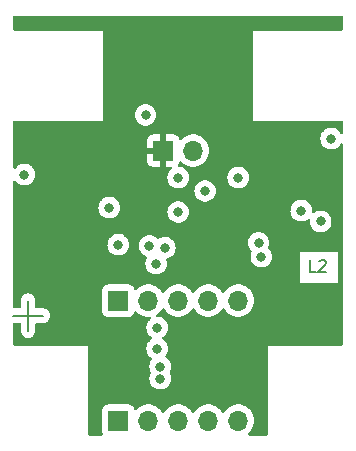
<source format=gbr>
%TF.GenerationSoftware,KiCad,Pcbnew,(7.0.0)*%
%TF.CreationDate,2023-03-09T18:05:20+01:00*%
%TF.ProjectId,JoystickAdapter,4a6f7973-7469-4636-9b41-646170746572,1.0*%
%TF.SameCoordinates,Original*%
%TF.FileFunction,Copper,L2,Inr*%
%TF.FilePolarity,Positive*%
%FSLAX46Y46*%
G04 Gerber Fmt 4.6, Leading zero omitted, Abs format (unit mm)*
G04 Created by KiCad (PCBNEW (7.0.0)) date 2023-03-09 18:05:20*
%MOMM*%
%LPD*%
G01*
G04 APERTURE LIST*
%TA.AperFunction,NonConductor*%
%ADD10C,0.200000*%
%TD*%
%ADD11C,0.150000*%
%TA.AperFunction,NonConductor*%
%ADD12C,0.150000*%
%TD*%
%TA.AperFunction,ComponentPad*%
%ADD13R,1.700000X1.700000*%
%TD*%
%TA.AperFunction,ComponentPad*%
%ADD14O,1.700000X1.700000*%
%TD*%
%TA.AperFunction,ViaPad*%
%ADD15C,0.800000*%
%TD*%
G04 APERTURE END LIST*
D10*
X104140000Y-106680000D02*
X104140000Y-109220000D01*
X102870000Y-107950000D02*
X105410000Y-107950000D01*
D11*
D12*
X128476285Y-104253380D02*
X128000095Y-104253380D01*
X128000095Y-104253380D02*
X128000095Y-103253380D01*
X128762000Y-103348619D02*
X128809619Y-103301000D01*
X128809619Y-103301000D02*
X128904857Y-103253380D01*
X128904857Y-103253380D02*
X129142952Y-103253380D01*
X129142952Y-103253380D02*
X129238190Y-103301000D01*
X129238190Y-103301000D02*
X129285809Y-103348619D01*
X129285809Y-103348619D02*
X129333428Y-103443857D01*
X129333428Y-103443857D02*
X129333428Y-103539095D01*
X129333428Y-103539095D02*
X129285809Y-103681952D01*
X129285809Y-103681952D02*
X128714381Y-104253380D01*
X128714381Y-104253380D02*
X129333428Y-104253380D01*
D13*
%TO.N,/JOY_SANWA_GND*%
%TO.C,J2*%
X111759999Y-106679999D03*
D14*
%TO.N,/JOY_SANWA_X_LEFT*%
X114299999Y-106679999D03*
%TO.N,/JOY_SANWA_X_RIGHT*%
X116839999Y-106679999D03*
%TO.N,/JOY_SANWA_Y_DOWN*%
X119379999Y-106679999D03*
%TO.N,/JOY_SANWA_Y_UP*%
X121919999Y-106679999D03*
%TD*%
D13*
%TO.N,GND*%
%TO.C,J3*%
X115569999Y-93979999D03*
D14*
%TO.N,Net-(J3-Pin_2)*%
X118109999Y-93979999D03*
%TD*%
D13*
%TO.N,/JOY_KY023_GND*%
%TO.C,J1*%
X111759999Y-116839999D03*
D14*
%TO.N,/JOY_KY023_+5V*%
X114299999Y-116839999D03*
%TO.N,JOY_KY023_X*%
X116839999Y-116839999D03*
%TO.N,JOY_KY023_Y*%
X119379999Y-116839999D03*
%TO.N,JOY_KY023_SW*%
X121919999Y-116839999D03*
%TD*%
D15*
%TO.N,GND*%
X104604000Y-99888800D03*
X110998000Y-108966000D03*
X108204000Y-96106800D03*
X124460000Y-97028000D03*
X129794000Y-96520000D03*
X119079000Y-100024000D03*
X111252000Y-84836000D03*
X110998000Y-110744000D03*
X112776000Y-113030000D03*
X122428000Y-84836000D03*
X129794000Y-94742000D03*
X113365000Y-95082800D03*
X110744000Y-112268000D03*
X106680000Y-105801000D03*
%TO.N,+5V*%
X110998000Y-98806000D03*
X116840000Y-96266000D03*
X114076000Y-90965000D03*
X115316000Y-112268000D03*
X121920000Y-96266000D03*
X115316000Y-113284000D03*
X127254000Y-99060000D03*
X115062000Y-110744000D03*
X119114000Y-97405000D03*
X115062000Y-108966000D03*
X103824000Y-96012000D03*
X129794000Y-92964000D03*
%TO.N,Net-(D2-K)*%
X111760000Y-101952000D03*
%TO.N,Net-(D3-K)*%
X116840000Y-99185900D03*
%TO.N,Net-(D4-K)*%
X123644000Y-101791000D03*
%TO.N,Net-(D5-K)*%
X128903000Y-99967200D03*
%TO.N,/JOY_SANWA_X_RIGHT*%
X115712000Y-102210000D03*
%TO.N,/JOY_SANWA_X_LEFT*%
X114397400Y-102066000D03*
%TO.N,Net-(R25-Pad2)*%
X123875000Y-102967000D03*
%TO.N,Net-(R26-Pad2)*%
X114966000Y-103564000D03*
%TD*%
%TA.AperFunction,Conductor*%
%TO.N,GND*%
G36*
X130747000Y-82566881D02*
G01*
X130793119Y-82613000D01*
X130810000Y-82676000D01*
X130810000Y-83694000D01*
X130793119Y-83757000D01*
X130747000Y-83803119D01*
X130684000Y-83820000D01*
X123190000Y-83820000D01*
X123190000Y-91440000D01*
X123206590Y-91440000D01*
X130684000Y-91440000D01*
X130747000Y-91456881D01*
X130793119Y-91503000D01*
X130810000Y-91566000D01*
X130810000Y-92436527D01*
X130793119Y-92499527D01*
X130747000Y-92545646D01*
X130684000Y-92562527D01*
X130621000Y-92545646D01*
X130574881Y-92499527D01*
X130536341Y-92432774D01*
X130533040Y-92427056D01*
X130405253Y-92285134D01*
X130399911Y-92281253D01*
X130399908Y-92281250D01*
X130322057Y-92224688D01*
X130250752Y-92172882D01*
X130076288Y-92095206D01*
X130069835Y-92093834D01*
X130069831Y-92093833D01*
X129895943Y-92056872D01*
X129895940Y-92056871D01*
X129889487Y-92055500D01*
X129698513Y-92055500D01*
X129692060Y-92056871D01*
X129692056Y-92056872D01*
X129518168Y-92093833D01*
X129518161Y-92093835D01*
X129511712Y-92095206D01*
X129505682Y-92097890D01*
X129505681Y-92097891D01*
X129343278Y-92170197D01*
X129343275Y-92170198D01*
X129337248Y-92172882D01*
X129331907Y-92176762D01*
X129331906Y-92176763D01*
X129188091Y-92281250D01*
X129188083Y-92281256D01*
X129182747Y-92285134D01*
X129178330Y-92290039D01*
X129178325Y-92290044D01*
X129059379Y-92422148D01*
X129054960Y-92427056D01*
X129051661Y-92432769D01*
X129051658Y-92432774D01*
X128962777Y-92586721D01*
X128959473Y-92592444D01*
X128957434Y-92598718D01*
X128957430Y-92598728D01*
X128902497Y-92767794D01*
X128902495Y-92767801D01*
X128900458Y-92774072D01*
X128880496Y-92964000D01*
X128900458Y-93153928D01*
X128902495Y-93160200D01*
X128902497Y-93160205D01*
X128957430Y-93329271D01*
X128957433Y-93329278D01*
X128959473Y-93335556D01*
X129054960Y-93500944D01*
X129182747Y-93642866D01*
X129337248Y-93755118D01*
X129511712Y-93832794D01*
X129698513Y-93872500D01*
X129882884Y-93872500D01*
X129889487Y-93872500D01*
X130076288Y-93832794D01*
X130250752Y-93755118D01*
X130405253Y-93642866D01*
X130533040Y-93500944D01*
X130574881Y-93428472D01*
X130621000Y-93382354D01*
X130684000Y-93365473D01*
X130747000Y-93382354D01*
X130793119Y-93428473D01*
X130810000Y-93491473D01*
X130810000Y-110364000D01*
X130793119Y-110427000D01*
X130747000Y-110473119D01*
X130684000Y-110490000D01*
X124460000Y-110490000D01*
X124460000Y-110506590D01*
X124460000Y-117984000D01*
X124443119Y-118047000D01*
X124397000Y-118093119D01*
X124334000Y-118110000D01*
X122867103Y-118110000D01*
X122807134Y-118094814D01*
X122761620Y-118052916D01*
X122741533Y-117994405D01*
X122751715Y-117933387D01*
X122789712Y-117884569D01*
X122790494Y-117883960D01*
X122843240Y-117842906D01*
X122995722Y-117677268D01*
X123118860Y-117488791D01*
X123209296Y-117282616D01*
X123264564Y-117064368D01*
X123283156Y-116840000D01*
X123264564Y-116615632D01*
X123209296Y-116397384D01*
X123118860Y-116191209D01*
X122995722Y-116002732D01*
X122876680Y-115873419D01*
X122846772Y-115840930D01*
X122846767Y-115840925D01*
X122843240Y-115837094D01*
X122665576Y-115698811D01*
X122660997Y-115696333D01*
X122660994Y-115696331D01*
X122472159Y-115594139D01*
X122472156Y-115594137D01*
X122467574Y-115591658D01*
X122462650Y-115589967D01*
X122462642Y-115589964D01*
X122259565Y-115520248D01*
X122259559Y-115520246D01*
X122254635Y-115518556D01*
X122249498Y-115517698D01*
X122249495Y-115517698D01*
X122037706Y-115482357D01*
X122037703Y-115482356D01*
X122032569Y-115481500D01*
X121807431Y-115481500D01*
X121802297Y-115482356D01*
X121802293Y-115482357D01*
X121590504Y-115517698D01*
X121590498Y-115517699D01*
X121585365Y-115518556D01*
X121580443Y-115520245D01*
X121580434Y-115520248D01*
X121377357Y-115589964D01*
X121377344Y-115589969D01*
X121372426Y-115591658D01*
X121367847Y-115594135D01*
X121367840Y-115594139D01*
X121179005Y-115696331D01*
X121178997Y-115696336D01*
X121174424Y-115698811D01*
X121170313Y-115702010D01*
X121170311Y-115702012D01*
X121000878Y-115833888D01*
X121000872Y-115833893D01*
X120996760Y-115837094D01*
X120993237Y-115840919D01*
X120993227Y-115840930D01*
X120847806Y-115998899D01*
X120847802Y-115998902D01*
X120844278Y-116002732D01*
X120841430Y-116007090D01*
X120841427Y-116007095D01*
X120755483Y-116138643D01*
X120709969Y-116180542D01*
X120650000Y-116195728D01*
X120590031Y-116180542D01*
X120544517Y-116138643D01*
X120458572Y-116007095D01*
X120455722Y-116002732D01*
X120336680Y-115873419D01*
X120306772Y-115840930D01*
X120306767Y-115840925D01*
X120303240Y-115837094D01*
X120125576Y-115698811D01*
X120120997Y-115696333D01*
X120120994Y-115696331D01*
X119932159Y-115594139D01*
X119932156Y-115594137D01*
X119927574Y-115591658D01*
X119922650Y-115589967D01*
X119922642Y-115589964D01*
X119719565Y-115520248D01*
X119719559Y-115520246D01*
X119714635Y-115518556D01*
X119709498Y-115517698D01*
X119709495Y-115517698D01*
X119497706Y-115482357D01*
X119497703Y-115482356D01*
X119492569Y-115481500D01*
X119267431Y-115481500D01*
X119262297Y-115482356D01*
X119262293Y-115482357D01*
X119050504Y-115517698D01*
X119050498Y-115517699D01*
X119045365Y-115518556D01*
X119040443Y-115520245D01*
X119040434Y-115520248D01*
X118837357Y-115589964D01*
X118837344Y-115589969D01*
X118832426Y-115591658D01*
X118827847Y-115594135D01*
X118827840Y-115594139D01*
X118639005Y-115696331D01*
X118638997Y-115696336D01*
X118634424Y-115698811D01*
X118630313Y-115702010D01*
X118630311Y-115702012D01*
X118460878Y-115833888D01*
X118460872Y-115833893D01*
X118456760Y-115837094D01*
X118453237Y-115840919D01*
X118453227Y-115840930D01*
X118307806Y-115998899D01*
X118307802Y-115998902D01*
X118304278Y-116002732D01*
X118301430Y-116007090D01*
X118301427Y-116007095D01*
X118215483Y-116138643D01*
X118169969Y-116180542D01*
X118110000Y-116195728D01*
X118050031Y-116180542D01*
X118004517Y-116138643D01*
X117918572Y-116007095D01*
X117915722Y-116002732D01*
X117796680Y-115873419D01*
X117766772Y-115840930D01*
X117766767Y-115840925D01*
X117763240Y-115837094D01*
X117585576Y-115698811D01*
X117580997Y-115696333D01*
X117580994Y-115696331D01*
X117392159Y-115594139D01*
X117392156Y-115594137D01*
X117387574Y-115591658D01*
X117382650Y-115589967D01*
X117382642Y-115589964D01*
X117179565Y-115520248D01*
X117179559Y-115520246D01*
X117174635Y-115518556D01*
X117169498Y-115517698D01*
X117169495Y-115517698D01*
X116957706Y-115482357D01*
X116957703Y-115482356D01*
X116952569Y-115481500D01*
X116727431Y-115481500D01*
X116722297Y-115482356D01*
X116722293Y-115482357D01*
X116510504Y-115517698D01*
X116510498Y-115517699D01*
X116505365Y-115518556D01*
X116500443Y-115520245D01*
X116500434Y-115520248D01*
X116297357Y-115589964D01*
X116297344Y-115589969D01*
X116292426Y-115591658D01*
X116287847Y-115594135D01*
X116287840Y-115594139D01*
X116099005Y-115696331D01*
X116098997Y-115696336D01*
X116094424Y-115698811D01*
X116090313Y-115702010D01*
X116090311Y-115702012D01*
X115920878Y-115833888D01*
X115920872Y-115833893D01*
X115916760Y-115837094D01*
X115913237Y-115840919D01*
X115913227Y-115840930D01*
X115767806Y-115998899D01*
X115767802Y-115998902D01*
X115764278Y-116002732D01*
X115761430Y-116007090D01*
X115761427Y-116007095D01*
X115675483Y-116138643D01*
X115629969Y-116180542D01*
X115570000Y-116195728D01*
X115510031Y-116180542D01*
X115464517Y-116138643D01*
X115378572Y-116007095D01*
X115375722Y-116002732D01*
X115256680Y-115873419D01*
X115226772Y-115840930D01*
X115226767Y-115840925D01*
X115223240Y-115837094D01*
X115045576Y-115698811D01*
X115040997Y-115696333D01*
X115040994Y-115696331D01*
X114852159Y-115594139D01*
X114852156Y-115594137D01*
X114847574Y-115591658D01*
X114842650Y-115589967D01*
X114842642Y-115589964D01*
X114639565Y-115520248D01*
X114639559Y-115520246D01*
X114634635Y-115518556D01*
X114629498Y-115517698D01*
X114629495Y-115517698D01*
X114417706Y-115482357D01*
X114417703Y-115482356D01*
X114412569Y-115481500D01*
X114187431Y-115481500D01*
X114182297Y-115482356D01*
X114182293Y-115482357D01*
X113970504Y-115517698D01*
X113970498Y-115517699D01*
X113965365Y-115518556D01*
X113960443Y-115520245D01*
X113960434Y-115520248D01*
X113757357Y-115589964D01*
X113757344Y-115589969D01*
X113752426Y-115591658D01*
X113747847Y-115594135D01*
X113747840Y-115594139D01*
X113559005Y-115696331D01*
X113558997Y-115696336D01*
X113554424Y-115698811D01*
X113550313Y-115702010D01*
X113550311Y-115702012D01*
X113380878Y-115833888D01*
X113380872Y-115833893D01*
X113376760Y-115837094D01*
X113373237Y-115840920D01*
X113373226Y-115840931D01*
X113315754Y-115903362D01*
X113262281Y-115937761D01*
X113198820Y-115941671D01*
X113141530Y-115914095D01*
X113104998Y-115862056D01*
X113064037Y-115752236D01*
X113064036Y-115752235D01*
X113060889Y-115743796D01*
X112973261Y-115626739D01*
X112929713Y-115594139D01*
X112863417Y-115544510D01*
X112863414Y-115544508D01*
X112856204Y-115539111D01*
X112847766Y-115535964D01*
X112847763Y-115535962D01*
X112726580Y-115490763D01*
X112726578Y-115490762D01*
X112719201Y-115488011D01*
X112711373Y-115487169D01*
X112711367Y-115487168D01*
X112661988Y-115481860D01*
X112661985Y-115481859D01*
X112658638Y-115481500D01*
X110861362Y-115481500D01*
X110858015Y-115481859D01*
X110858011Y-115481860D01*
X110808632Y-115487168D01*
X110808625Y-115487169D01*
X110800799Y-115488011D01*
X110793423Y-115490761D01*
X110793419Y-115490763D01*
X110672236Y-115535962D01*
X110672230Y-115535965D01*
X110663796Y-115539111D01*
X110656588Y-115544506D01*
X110656582Y-115544510D01*
X110553950Y-115621340D01*
X110553946Y-115621343D01*
X110546739Y-115626739D01*
X110541343Y-115633946D01*
X110541340Y-115633950D01*
X110464510Y-115736582D01*
X110464506Y-115736588D01*
X110459111Y-115743796D01*
X110455965Y-115752230D01*
X110455962Y-115752236D01*
X110410763Y-115873419D01*
X110410761Y-115873423D01*
X110408011Y-115880799D01*
X110407169Y-115888625D01*
X110407168Y-115888632D01*
X110405585Y-115903362D01*
X110401500Y-115941362D01*
X110401500Y-117738638D01*
X110401859Y-117741985D01*
X110401860Y-117741988D01*
X110407168Y-117791367D01*
X110407169Y-117791373D01*
X110408011Y-117799201D01*
X110410762Y-117806578D01*
X110410763Y-117806580D01*
X110459111Y-117936204D01*
X110456985Y-117936996D01*
X110469090Y-117986244D01*
X110451473Y-118048291D01*
X110405461Y-118093491D01*
X110343110Y-118110000D01*
X109346000Y-118110000D01*
X109283000Y-118093119D01*
X109236881Y-118047000D01*
X109220000Y-117984000D01*
X109220000Y-110506590D01*
X109220000Y-110490000D01*
X102996000Y-110490000D01*
X102933000Y-110473119D01*
X102886881Y-110427000D01*
X102870000Y-110364000D01*
X102870000Y-108684500D01*
X102886881Y-108621500D01*
X102933000Y-108575381D01*
X102996000Y-108558500D01*
X103405500Y-108558500D01*
X103468500Y-108575381D01*
X103514619Y-108621500D01*
X103531500Y-108684500D01*
X103531500Y-109259885D01*
X103532037Y-109263971D01*
X103532038Y-109263972D01*
X103546083Y-109370661D01*
X103546084Y-109370667D01*
X103547162Y-109378850D01*
X103550321Y-109386478D01*
X103550322Y-109386479D01*
X103605315Y-109519245D01*
X103605316Y-109519248D01*
X103608476Y-109526875D01*
X103706013Y-109653987D01*
X103833124Y-109751524D01*
X103981150Y-109812838D01*
X104140000Y-109833751D01*
X104298850Y-109812838D01*
X104446875Y-109751524D01*
X104573987Y-109653987D01*
X104671524Y-109526875D01*
X104732838Y-109378850D01*
X104748500Y-109259885D01*
X104748500Y-108684500D01*
X104765381Y-108621500D01*
X104811500Y-108575381D01*
X104874500Y-108558500D01*
X105445763Y-108558500D01*
X105449885Y-108558500D01*
X105568850Y-108542838D01*
X105716875Y-108481524D01*
X105843987Y-108383987D01*
X105941524Y-108256876D01*
X106002838Y-108108850D01*
X106023751Y-107950000D01*
X106002838Y-107791150D01*
X105941524Y-107643125D01*
X105892041Y-107578638D01*
X110401500Y-107578638D01*
X110401859Y-107581985D01*
X110401860Y-107581988D01*
X110407168Y-107631367D01*
X110407169Y-107631373D01*
X110408011Y-107639201D01*
X110410762Y-107646578D01*
X110410763Y-107646580D01*
X110455962Y-107767763D01*
X110455964Y-107767766D01*
X110459111Y-107776204D01*
X110464508Y-107783414D01*
X110464510Y-107783417D01*
X110490386Y-107817983D01*
X110546739Y-107893261D01*
X110663796Y-107980889D01*
X110800799Y-108031989D01*
X110861362Y-108038500D01*
X112655269Y-108038500D01*
X112658638Y-108038500D01*
X112719201Y-108031989D01*
X112856204Y-107980889D01*
X112973261Y-107893261D01*
X113060889Y-107776204D01*
X113104998Y-107657943D01*
X113141530Y-107605904D01*
X113198820Y-107578328D01*
X113262282Y-107582238D01*
X113315755Y-107616638D01*
X113343319Y-107646580D01*
X113376760Y-107682906D01*
X113554424Y-107821189D01*
X113752426Y-107928342D01*
X113757355Y-107930034D01*
X113757357Y-107930035D01*
X113839364Y-107958188D01*
X113965365Y-108001444D01*
X114187431Y-108038500D01*
X114192642Y-108038500D01*
X114405174Y-108038500D01*
X114465875Y-108054085D01*
X114511559Y-108096986D01*
X114530925Y-108156588D01*
X114519182Y-108218148D01*
X114479237Y-108266434D01*
X114450747Y-108287134D01*
X114446330Y-108292039D01*
X114446325Y-108292044D01*
X114363540Y-108383987D01*
X114322960Y-108429056D01*
X114319661Y-108434769D01*
X114319658Y-108434774D01*
X114248225Y-108558500D01*
X114227473Y-108594444D01*
X114225434Y-108600718D01*
X114225430Y-108600728D01*
X114170497Y-108769794D01*
X114170495Y-108769801D01*
X114168458Y-108776072D01*
X114148496Y-108966000D01*
X114168458Y-109155928D01*
X114170495Y-109162200D01*
X114170497Y-109162205D01*
X114225430Y-109331271D01*
X114225433Y-109331278D01*
X114227473Y-109337556D01*
X114322960Y-109502944D01*
X114450747Y-109644866D01*
X114599669Y-109753065D01*
X114637874Y-109797796D01*
X114651607Y-109854998D01*
X114637874Y-109912201D01*
X114599669Y-109956935D01*
X114456093Y-110061250D01*
X114450747Y-110065134D01*
X114446330Y-110070039D01*
X114446325Y-110070044D01*
X114327379Y-110202148D01*
X114322960Y-110207056D01*
X114319661Y-110212769D01*
X114319658Y-110212774D01*
X114232348Y-110364000D01*
X114227473Y-110372444D01*
X114225434Y-110378718D01*
X114225430Y-110378728D01*
X114170497Y-110547794D01*
X114170495Y-110547801D01*
X114168458Y-110554072D01*
X114148496Y-110744000D01*
X114168458Y-110933928D01*
X114170495Y-110940200D01*
X114170497Y-110940205D01*
X114225430Y-111109271D01*
X114225433Y-111109278D01*
X114227473Y-111115556D01*
X114322960Y-111280944D01*
X114450747Y-111422866D01*
X114581590Y-111517929D01*
X114624353Y-111572663D01*
X114631614Y-111641742D01*
X114601165Y-111704173D01*
X114581379Y-111726147D01*
X114581374Y-111726153D01*
X114576960Y-111731056D01*
X114573661Y-111736769D01*
X114573658Y-111736774D01*
X114484777Y-111890721D01*
X114481473Y-111896444D01*
X114479434Y-111902718D01*
X114479430Y-111902728D01*
X114424497Y-112071794D01*
X114424495Y-112071801D01*
X114422458Y-112078072D01*
X114402496Y-112268000D01*
X114422458Y-112457928D01*
X114424495Y-112464200D01*
X114424497Y-112464205D01*
X114479430Y-112633271D01*
X114479433Y-112633278D01*
X114481473Y-112639556D01*
X114484773Y-112645272D01*
X114484775Y-112645276D01*
X114523876Y-112713001D01*
X114540756Y-112776000D01*
X114523876Y-112838999D01*
X114484775Y-112906723D01*
X114484771Y-112906730D01*
X114481473Y-112912444D01*
X114479434Y-112918718D01*
X114479430Y-112918728D01*
X114424497Y-113087794D01*
X114424495Y-113087801D01*
X114422458Y-113094072D01*
X114402496Y-113284000D01*
X114422458Y-113473928D01*
X114424495Y-113480200D01*
X114424497Y-113480205D01*
X114479430Y-113649271D01*
X114479433Y-113649278D01*
X114481473Y-113655556D01*
X114576960Y-113820944D01*
X114704747Y-113962866D01*
X114859248Y-114075118D01*
X115033712Y-114152794D01*
X115220513Y-114192500D01*
X115404884Y-114192500D01*
X115411487Y-114192500D01*
X115598288Y-114152794D01*
X115772752Y-114075118D01*
X115927253Y-113962866D01*
X116055040Y-113820944D01*
X116150527Y-113655556D01*
X116209542Y-113473928D01*
X116229504Y-113284000D01*
X116209542Y-113094072D01*
X116150527Y-112912444D01*
X116108123Y-112838999D01*
X116091243Y-112776000D01*
X116108124Y-112712999D01*
X116150527Y-112639556D01*
X116209542Y-112457928D01*
X116229504Y-112268000D01*
X116209542Y-112078072D01*
X116150527Y-111896444D01*
X116055040Y-111731056D01*
X115927253Y-111589134D01*
X115796409Y-111494070D01*
X115753645Y-111439334D01*
X115746386Y-111370253D01*
X115776834Y-111307826D01*
X115801040Y-111280944D01*
X115896527Y-111115556D01*
X115955542Y-110933928D01*
X115975504Y-110744000D01*
X115955542Y-110554072D01*
X115929239Y-110473119D01*
X115898569Y-110378728D01*
X115898568Y-110378726D01*
X115896527Y-110372444D01*
X115801040Y-110207056D01*
X115673253Y-110065134D01*
X115667911Y-110061253D01*
X115667908Y-110061250D01*
X115524331Y-109956935D01*
X115486125Y-109912201D01*
X115472392Y-109854998D01*
X115486125Y-109797796D01*
X115524327Y-109753066D01*
X115673253Y-109644866D01*
X115801040Y-109502944D01*
X115896527Y-109337556D01*
X115955542Y-109155928D01*
X115975504Y-108966000D01*
X115955542Y-108776072D01*
X115896527Y-108594444D01*
X115801040Y-108429056D01*
X115673253Y-108287134D01*
X115667911Y-108283253D01*
X115667908Y-108283250D01*
X115578302Y-108218148D01*
X115518752Y-108174882D01*
X115344288Y-108097206D01*
X115337835Y-108095834D01*
X115337831Y-108095833D01*
X115163943Y-108058872D01*
X115163940Y-108058871D01*
X115157487Y-108057500D01*
X115106315Y-108057500D01*
X115044522Y-108041307D01*
X114998612Y-107996891D01*
X114980384Y-107935668D01*
X114994524Y-107873374D01*
X115037396Y-107826019D01*
X115040987Y-107823672D01*
X115045576Y-107821189D01*
X115223240Y-107682906D01*
X115375722Y-107517268D01*
X115464521Y-107381349D01*
X115510029Y-107339458D01*
X115569998Y-107324271D01*
X115629968Y-107339457D01*
X115675481Y-107381354D01*
X115764278Y-107517268D01*
X115814727Y-107572069D01*
X115913227Y-107679069D01*
X115913231Y-107679073D01*
X115916760Y-107682906D01*
X116094424Y-107821189D01*
X116292426Y-107928342D01*
X116297355Y-107930034D01*
X116297357Y-107930035D01*
X116379364Y-107958188D01*
X116505365Y-108001444D01*
X116727431Y-108038500D01*
X116947358Y-108038500D01*
X116952569Y-108038500D01*
X117174635Y-108001444D01*
X117387574Y-107928342D01*
X117585576Y-107821189D01*
X117763240Y-107682906D01*
X117915722Y-107517268D01*
X118004521Y-107381349D01*
X118050029Y-107339458D01*
X118109998Y-107324271D01*
X118169968Y-107339457D01*
X118215481Y-107381354D01*
X118304278Y-107517268D01*
X118354727Y-107572069D01*
X118453227Y-107679069D01*
X118453231Y-107679073D01*
X118456760Y-107682906D01*
X118634424Y-107821189D01*
X118832426Y-107928342D01*
X118837355Y-107930034D01*
X118837357Y-107930035D01*
X118919364Y-107958188D01*
X119045365Y-108001444D01*
X119267431Y-108038500D01*
X119487358Y-108038500D01*
X119492569Y-108038500D01*
X119714635Y-108001444D01*
X119927574Y-107928342D01*
X120125576Y-107821189D01*
X120303240Y-107682906D01*
X120455722Y-107517268D01*
X120544521Y-107381349D01*
X120590029Y-107339458D01*
X120649998Y-107324271D01*
X120709968Y-107339457D01*
X120755481Y-107381354D01*
X120844278Y-107517268D01*
X120894727Y-107572069D01*
X120993227Y-107679069D01*
X120993231Y-107679073D01*
X120996760Y-107682906D01*
X121174424Y-107821189D01*
X121372426Y-107928342D01*
X121377355Y-107930034D01*
X121377357Y-107930035D01*
X121459364Y-107958188D01*
X121585365Y-108001444D01*
X121807431Y-108038500D01*
X122027358Y-108038500D01*
X122032569Y-108038500D01*
X122254635Y-108001444D01*
X122467574Y-107928342D01*
X122665576Y-107821189D01*
X122843240Y-107682906D01*
X122995722Y-107517268D01*
X123118860Y-107328791D01*
X123209296Y-107122616D01*
X123264564Y-106904368D01*
X123283156Y-106680000D01*
X123264564Y-106455632D01*
X123209296Y-106237384D01*
X123118860Y-106031209D01*
X122995722Y-105842732D01*
X122876680Y-105713419D01*
X122846772Y-105680930D01*
X122846767Y-105680925D01*
X122843240Y-105677094D01*
X122665576Y-105538811D01*
X122660997Y-105536333D01*
X122660994Y-105536331D01*
X122472159Y-105434139D01*
X122472156Y-105434137D01*
X122467574Y-105431658D01*
X122462650Y-105429967D01*
X122462642Y-105429964D01*
X122259565Y-105360248D01*
X122259559Y-105360246D01*
X122254635Y-105358556D01*
X122249498Y-105357698D01*
X122249495Y-105357698D01*
X122037706Y-105322357D01*
X122037703Y-105322356D01*
X122032569Y-105321500D01*
X121807431Y-105321500D01*
X121802297Y-105322356D01*
X121802293Y-105322357D01*
X121590504Y-105357698D01*
X121590498Y-105357699D01*
X121585365Y-105358556D01*
X121580443Y-105360245D01*
X121580434Y-105360248D01*
X121377357Y-105429964D01*
X121377344Y-105429969D01*
X121372426Y-105431658D01*
X121367847Y-105434135D01*
X121367840Y-105434139D01*
X121179005Y-105536331D01*
X121178997Y-105536336D01*
X121174424Y-105538811D01*
X121170313Y-105542010D01*
X121170311Y-105542012D01*
X121000878Y-105673888D01*
X121000872Y-105673893D01*
X120996760Y-105677094D01*
X120993237Y-105680919D01*
X120993227Y-105680930D01*
X120847806Y-105838899D01*
X120847802Y-105838902D01*
X120844278Y-105842732D01*
X120841434Y-105847083D01*
X120841430Y-105847090D01*
X120755482Y-105978644D01*
X120709968Y-106020542D01*
X120649998Y-106035728D01*
X120590029Y-106020541D01*
X120544518Y-105978645D01*
X120455722Y-105842732D01*
X120336680Y-105713419D01*
X120306772Y-105680930D01*
X120306767Y-105680925D01*
X120303240Y-105677094D01*
X120125576Y-105538811D01*
X120120997Y-105536333D01*
X120120994Y-105536331D01*
X119932159Y-105434139D01*
X119932156Y-105434137D01*
X119927574Y-105431658D01*
X119922650Y-105429967D01*
X119922642Y-105429964D01*
X119719565Y-105360248D01*
X119719559Y-105360246D01*
X119714635Y-105358556D01*
X119709498Y-105357698D01*
X119709495Y-105357698D01*
X119497706Y-105322357D01*
X119497703Y-105322356D01*
X119492569Y-105321500D01*
X119267431Y-105321500D01*
X119262297Y-105322356D01*
X119262293Y-105322357D01*
X119050504Y-105357698D01*
X119050498Y-105357699D01*
X119045365Y-105358556D01*
X119040443Y-105360245D01*
X119040434Y-105360248D01*
X118837357Y-105429964D01*
X118837344Y-105429969D01*
X118832426Y-105431658D01*
X118827847Y-105434135D01*
X118827840Y-105434139D01*
X118639005Y-105536331D01*
X118638997Y-105536336D01*
X118634424Y-105538811D01*
X118630313Y-105542010D01*
X118630311Y-105542012D01*
X118460878Y-105673888D01*
X118460872Y-105673893D01*
X118456760Y-105677094D01*
X118453237Y-105680919D01*
X118453227Y-105680930D01*
X118307806Y-105838899D01*
X118307802Y-105838902D01*
X118304278Y-105842732D01*
X118301434Y-105847083D01*
X118301430Y-105847090D01*
X118215482Y-105978644D01*
X118169968Y-106020542D01*
X118109998Y-106035728D01*
X118050029Y-106020541D01*
X118004518Y-105978645D01*
X117915722Y-105842732D01*
X117796680Y-105713419D01*
X117766772Y-105680930D01*
X117766767Y-105680925D01*
X117763240Y-105677094D01*
X117585576Y-105538811D01*
X117580997Y-105536333D01*
X117580994Y-105536331D01*
X117392159Y-105434139D01*
X117392156Y-105434137D01*
X117387574Y-105431658D01*
X117382650Y-105429967D01*
X117382642Y-105429964D01*
X117179565Y-105360248D01*
X117179559Y-105360246D01*
X117174635Y-105358556D01*
X117169498Y-105357698D01*
X117169495Y-105357698D01*
X116957706Y-105322357D01*
X116957703Y-105322356D01*
X116952569Y-105321500D01*
X116727431Y-105321500D01*
X116722297Y-105322356D01*
X116722293Y-105322357D01*
X116510504Y-105357698D01*
X116510498Y-105357699D01*
X116505365Y-105358556D01*
X116500443Y-105360245D01*
X116500434Y-105360248D01*
X116297357Y-105429964D01*
X116297344Y-105429969D01*
X116292426Y-105431658D01*
X116287847Y-105434135D01*
X116287840Y-105434139D01*
X116099005Y-105536331D01*
X116098997Y-105536336D01*
X116094424Y-105538811D01*
X116090313Y-105542010D01*
X116090311Y-105542012D01*
X115920878Y-105673888D01*
X115920872Y-105673893D01*
X115916760Y-105677094D01*
X115913237Y-105680919D01*
X115913227Y-105680930D01*
X115767806Y-105838899D01*
X115767802Y-105838902D01*
X115764278Y-105842732D01*
X115761434Y-105847083D01*
X115761430Y-105847090D01*
X115675482Y-105978644D01*
X115629968Y-106020542D01*
X115569998Y-106035728D01*
X115510029Y-106020541D01*
X115464518Y-105978645D01*
X115375722Y-105842732D01*
X115256680Y-105713419D01*
X115226772Y-105680930D01*
X115226767Y-105680925D01*
X115223240Y-105677094D01*
X115045576Y-105538811D01*
X115040997Y-105536333D01*
X115040994Y-105536331D01*
X114852159Y-105434139D01*
X114852156Y-105434137D01*
X114847574Y-105431658D01*
X114842650Y-105429967D01*
X114842642Y-105429964D01*
X114639565Y-105360248D01*
X114639559Y-105360246D01*
X114634635Y-105358556D01*
X114629498Y-105357698D01*
X114629495Y-105357698D01*
X114417706Y-105322357D01*
X114417703Y-105322356D01*
X114412569Y-105321500D01*
X114187431Y-105321500D01*
X114182297Y-105322356D01*
X114182293Y-105322357D01*
X113970504Y-105357698D01*
X113970498Y-105357699D01*
X113965365Y-105358556D01*
X113960443Y-105360245D01*
X113960434Y-105360248D01*
X113757357Y-105429964D01*
X113757344Y-105429969D01*
X113752426Y-105431658D01*
X113747847Y-105434135D01*
X113747840Y-105434139D01*
X113559005Y-105536331D01*
X113558997Y-105536336D01*
X113554424Y-105538811D01*
X113550313Y-105542010D01*
X113550311Y-105542012D01*
X113380878Y-105673888D01*
X113380872Y-105673893D01*
X113376760Y-105677094D01*
X113373237Y-105680920D01*
X113373226Y-105680931D01*
X113315754Y-105743362D01*
X113262281Y-105777761D01*
X113198820Y-105781671D01*
X113141530Y-105754095D01*
X113104998Y-105702056D01*
X113064037Y-105592236D01*
X113064036Y-105592235D01*
X113060889Y-105583796D01*
X112973261Y-105466739D01*
X112929713Y-105434139D01*
X112863417Y-105384510D01*
X112863414Y-105384508D01*
X112856204Y-105379111D01*
X112847766Y-105375964D01*
X112847763Y-105375962D01*
X112726580Y-105330763D01*
X112726578Y-105330762D01*
X112719201Y-105328011D01*
X112711373Y-105327169D01*
X112711367Y-105327168D01*
X112661988Y-105321860D01*
X112661985Y-105321859D01*
X112658638Y-105321500D01*
X110861362Y-105321500D01*
X110858015Y-105321859D01*
X110858011Y-105321860D01*
X110808632Y-105327168D01*
X110808625Y-105327169D01*
X110800799Y-105328011D01*
X110793423Y-105330761D01*
X110793419Y-105330763D01*
X110672236Y-105375962D01*
X110672230Y-105375965D01*
X110663796Y-105379111D01*
X110656588Y-105384506D01*
X110656582Y-105384510D01*
X110553950Y-105461340D01*
X110553946Y-105461343D01*
X110546739Y-105466739D01*
X110541343Y-105473946D01*
X110541340Y-105473950D01*
X110464510Y-105576582D01*
X110464506Y-105576588D01*
X110459111Y-105583796D01*
X110455965Y-105592230D01*
X110455962Y-105592236D01*
X110410763Y-105713419D01*
X110410761Y-105713423D01*
X110408011Y-105720799D01*
X110407169Y-105728625D01*
X110407168Y-105728632D01*
X110405585Y-105743362D01*
X110401500Y-105781362D01*
X110401500Y-107578638D01*
X105892041Y-107578638D01*
X105843987Y-107516013D01*
X105716875Y-107418476D01*
X105709248Y-107415316D01*
X105709245Y-107415315D01*
X105576479Y-107360322D01*
X105576478Y-107360321D01*
X105568850Y-107357162D01*
X105560667Y-107356084D01*
X105560661Y-107356083D01*
X105453972Y-107342038D01*
X105453971Y-107342037D01*
X105449885Y-107341500D01*
X105445763Y-107341500D01*
X104874500Y-107341500D01*
X104811500Y-107324619D01*
X104765381Y-107278500D01*
X104748500Y-107215500D01*
X104748500Y-106644237D01*
X104748500Y-106640115D01*
X104732838Y-106521150D01*
X104671524Y-106373125D01*
X104573987Y-106246013D01*
X104567436Y-106240986D01*
X104567435Y-106240985D01*
X104505412Y-106193393D01*
X104446876Y-106148476D01*
X104439250Y-106145317D01*
X104439248Y-106145316D01*
X104306479Y-106090322D01*
X104306478Y-106090321D01*
X104298850Y-106087162D01*
X104290667Y-106086084D01*
X104290661Y-106086083D01*
X104148188Y-106067327D01*
X104140000Y-106066249D01*
X104131812Y-106067327D01*
X103989338Y-106086083D01*
X103989330Y-106086085D01*
X103981150Y-106087162D01*
X103973523Y-106090321D01*
X103973520Y-106090322D01*
X103840754Y-106145315D01*
X103840748Y-106145318D01*
X103833125Y-106148476D01*
X103826576Y-106153500D01*
X103826571Y-106153504D01*
X103712563Y-106240986D01*
X103712558Y-106240990D01*
X103706013Y-106246013D01*
X103700990Y-106252558D01*
X103700986Y-106252563D01*
X103613504Y-106366571D01*
X103613500Y-106366576D01*
X103608476Y-106373125D01*
X103605318Y-106380748D01*
X103605315Y-106380754D01*
X103550322Y-106513520D01*
X103547162Y-106521150D01*
X103546085Y-106529330D01*
X103546083Y-106529338D01*
X103532038Y-106636027D01*
X103531500Y-106640115D01*
X103531500Y-106644237D01*
X103531500Y-107215500D01*
X103514619Y-107278500D01*
X103468500Y-107324619D01*
X103405500Y-107341500D01*
X102996000Y-107341500D01*
X102933000Y-107324619D01*
X102886881Y-107278500D01*
X102870000Y-107215500D01*
X102870000Y-101952000D01*
X110846496Y-101952000D01*
X110866458Y-102141928D01*
X110868495Y-102148200D01*
X110868497Y-102148205D01*
X110923430Y-102317271D01*
X110923433Y-102317278D01*
X110925473Y-102323556D01*
X111020960Y-102488944D01*
X111148747Y-102630866D01*
X111303248Y-102743118D01*
X111477712Y-102820794D01*
X111664513Y-102860500D01*
X111848884Y-102860500D01*
X111855487Y-102860500D01*
X112042288Y-102820794D01*
X112216752Y-102743118D01*
X112371253Y-102630866D01*
X112499040Y-102488944D01*
X112594527Y-102323556D01*
X112653542Y-102141928D01*
X112661522Y-102066000D01*
X113483896Y-102066000D01*
X113503858Y-102255928D01*
X113505895Y-102262200D01*
X113505897Y-102262205D01*
X113560830Y-102431271D01*
X113560833Y-102431278D01*
X113562873Y-102437556D01*
X113658360Y-102602944D01*
X113786147Y-102744866D01*
X113940648Y-102857118D01*
X114115112Y-102934794D01*
X114114550Y-102936054D01*
X114154317Y-102959716D01*
X114185212Y-103005958D01*
X114193191Y-103060996D01*
X114176700Y-103114108D01*
X114134775Y-103186723D01*
X114134771Y-103186730D01*
X114131473Y-103192444D01*
X114129434Y-103198718D01*
X114129430Y-103198728D01*
X114074497Y-103367794D01*
X114074495Y-103367801D01*
X114072458Y-103374072D01*
X114052496Y-103564000D01*
X114072458Y-103753928D01*
X114074495Y-103760200D01*
X114074497Y-103760205D01*
X114129430Y-103929271D01*
X114129433Y-103929278D01*
X114131473Y-103935556D01*
X114226960Y-104100944D01*
X114354747Y-104242866D01*
X114509248Y-104355118D01*
X114683712Y-104432794D01*
X114870513Y-104472500D01*
X115054884Y-104472500D01*
X115061487Y-104472500D01*
X115248288Y-104432794D01*
X115422752Y-104355118D01*
X115577253Y-104242866D01*
X115705040Y-104100944D01*
X115800527Y-103935556D01*
X115859542Y-103753928D01*
X115879504Y-103564000D01*
X115859542Y-103374072D01*
X115821745Y-103257748D01*
X115819322Y-103188331D01*
X115854052Y-103128176D01*
X115915382Y-103095566D01*
X115994288Y-103078794D01*
X116168752Y-103001118D01*
X116323253Y-102888866D01*
X116451040Y-102746944D01*
X116546527Y-102581556D01*
X116605542Y-102399928D01*
X116625504Y-102210000D01*
X116605542Y-102020072D01*
X116546527Y-101838444D01*
X116519135Y-101791000D01*
X122730496Y-101791000D01*
X122731186Y-101797565D01*
X122748107Y-101958565D01*
X122750458Y-101980928D01*
X122752495Y-101987200D01*
X122752497Y-101987205D01*
X122807430Y-102156271D01*
X122807433Y-102156278D01*
X122809473Y-102162556D01*
X122904960Y-102327944D01*
X123021085Y-102456914D01*
X123045847Y-102498124D01*
X123053369Y-102545614D01*
X123042796Y-102591420D01*
X123040473Y-102595444D01*
X123038431Y-102601726D01*
X123038431Y-102601728D01*
X122983497Y-102770794D01*
X122983495Y-102770801D01*
X122981458Y-102777072D01*
X122980768Y-102783633D01*
X122980768Y-102783635D01*
X122962262Y-102959716D01*
X122961496Y-102967000D01*
X122981458Y-103156928D01*
X122983495Y-103163200D01*
X122983497Y-103163205D01*
X123038430Y-103332271D01*
X123038433Y-103332278D01*
X123040473Y-103338556D01*
X123135960Y-103503944D01*
X123263747Y-103645866D01*
X123418248Y-103758118D01*
X123592712Y-103835794D01*
X123779513Y-103875500D01*
X123963884Y-103875500D01*
X123970487Y-103875500D01*
X124157288Y-103835794D01*
X124331752Y-103758118D01*
X124486253Y-103645866D01*
X124614040Y-103503944D01*
X124709527Y-103338556D01*
X124768542Y-103156928D01*
X124788504Y-102967000D01*
X124768542Y-102777072D01*
X124722298Y-102634749D01*
X124711569Y-102601728D01*
X124711568Y-102601726D01*
X124709527Y-102595444D01*
X124681640Y-102547143D01*
X127110643Y-102547143D01*
X127110643Y-105224857D01*
X130333672Y-105224857D01*
X130350262Y-105224857D01*
X130350262Y-102547143D01*
X127110643Y-102547143D01*
X124681640Y-102547143D01*
X124614040Y-102430056D01*
X124497917Y-102301088D01*
X124473151Y-102259870D01*
X124465630Y-102212375D01*
X124476206Y-102166574D01*
X124478527Y-102162556D01*
X124537542Y-101980928D01*
X124557504Y-101791000D01*
X124537542Y-101601072D01*
X124478527Y-101419444D01*
X124383040Y-101254056D01*
X124255253Y-101112134D01*
X124249911Y-101108253D01*
X124249908Y-101108250D01*
X124160787Y-101043500D01*
X124100752Y-100999882D01*
X123926288Y-100922206D01*
X123919835Y-100920834D01*
X123919831Y-100920833D01*
X123745943Y-100883872D01*
X123745940Y-100883871D01*
X123739487Y-100882500D01*
X123548513Y-100882500D01*
X123542060Y-100883871D01*
X123542056Y-100883872D01*
X123368168Y-100920833D01*
X123368161Y-100920835D01*
X123361712Y-100922206D01*
X123355682Y-100924890D01*
X123355681Y-100924891D01*
X123193278Y-100997197D01*
X123193275Y-100997198D01*
X123187248Y-100999882D01*
X123181907Y-101003762D01*
X123181906Y-101003763D01*
X123038091Y-101108250D01*
X123038083Y-101108256D01*
X123032747Y-101112134D01*
X123028330Y-101117039D01*
X123028325Y-101117044D01*
X122953730Y-101199891D01*
X122904960Y-101254056D01*
X122901661Y-101259769D01*
X122901658Y-101259774D01*
X122828127Y-101387134D01*
X122809473Y-101419444D01*
X122807434Y-101425718D01*
X122807430Y-101425728D01*
X122752497Y-101594794D01*
X122752495Y-101594801D01*
X122750458Y-101601072D01*
X122730496Y-101791000D01*
X116519135Y-101791000D01*
X116451040Y-101673056D01*
X116323253Y-101531134D01*
X116317911Y-101527253D01*
X116317908Y-101527250D01*
X116240057Y-101470688D01*
X116168752Y-101418882D01*
X115994288Y-101341206D01*
X115987835Y-101339834D01*
X115987831Y-101339833D01*
X115813943Y-101302872D01*
X115813940Y-101302871D01*
X115807487Y-101301500D01*
X115616513Y-101301500D01*
X115610060Y-101302871D01*
X115610056Y-101302872D01*
X115436168Y-101339833D01*
X115436161Y-101339835D01*
X115429712Y-101341206D01*
X115423682Y-101343890D01*
X115423681Y-101343891D01*
X115261278Y-101416197D01*
X115261275Y-101416198D01*
X115255248Y-101418882D01*
X115249909Y-101422760D01*
X115249902Y-101422765D01*
X115215236Y-101447951D01*
X115158711Y-101470788D01*
X115098081Y-101464415D01*
X115047543Y-101430326D01*
X115008653Y-101387134D01*
X115003311Y-101383253D01*
X115003308Y-101383250D01*
X114925457Y-101326688D01*
X114854152Y-101274882D01*
X114679688Y-101197206D01*
X114673235Y-101195834D01*
X114673231Y-101195833D01*
X114499343Y-101158872D01*
X114499340Y-101158871D01*
X114492887Y-101157500D01*
X114301913Y-101157500D01*
X114295460Y-101158871D01*
X114295456Y-101158872D01*
X114121568Y-101195833D01*
X114121561Y-101195835D01*
X114115112Y-101197206D01*
X114109082Y-101199890D01*
X114109081Y-101199891D01*
X113946678Y-101272197D01*
X113946675Y-101272198D01*
X113940648Y-101274882D01*
X113935307Y-101278762D01*
X113935306Y-101278763D01*
X113791491Y-101383250D01*
X113791483Y-101383256D01*
X113786147Y-101387134D01*
X113781730Y-101392039D01*
X113781725Y-101392044D01*
X113662779Y-101524148D01*
X113658360Y-101529056D01*
X113655061Y-101534769D01*
X113655058Y-101534774D01*
X113620406Y-101594794D01*
X113562873Y-101694444D01*
X113560834Y-101700718D01*
X113560830Y-101700728D01*
X113505897Y-101869794D01*
X113505895Y-101869801D01*
X113503858Y-101876072D01*
X113483896Y-102066000D01*
X112661522Y-102066000D01*
X112673504Y-101952000D01*
X112653542Y-101762072D01*
X112603362Y-101607635D01*
X112596569Y-101586728D01*
X112596568Y-101586726D01*
X112594527Y-101580444D01*
X112499040Y-101415056D01*
X112371253Y-101273134D01*
X112365911Y-101269253D01*
X112365908Y-101269250D01*
X112266747Y-101197206D01*
X112216752Y-101160882D01*
X112042288Y-101083206D01*
X112035835Y-101081834D01*
X112035831Y-101081833D01*
X111861943Y-101044872D01*
X111861940Y-101044871D01*
X111855487Y-101043500D01*
X111664513Y-101043500D01*
X111658060Y-101044871D01*
X111658056Y-101044872D01*
X111484168Y-101081833D01*
X111484161Y-101081835D01*
X111477712Y-101083206D01*
X111471682Y-101085890D01*
X111471681Y-101085891D01*
X111309278Y-101158197D01*
X111309275Y-101158198D01*
X111303248Y-101160882D01*
X111297907Y-101164762D01*
X111297906Y-101164763D01*
X111154091Y-101269250D01*
X111154083Y-101269256D01*
X111148747Y-101273134D01*
X111144330Y-101278039D01*
X111144325Y-101278044D01*
X111041680Y-101392044D01*
X111020960Y-101415056D01*
X111017661Y-101420769D01*
X111017658Y-101420774D01*
X110951107Y-101536044D01*
X110925473Y-101580444D01*
X110923434Y-101586718D01*
X110923430Y-101586728D01*
X110868497Y-101755794D01*
X110868495Y-101755801D01*
X110866458Y-101762072D01*
X110865768Y-101768633D01*
X110865768Y-101768635D01*
X110855136Y-101869794D01*
X110846496Y-101952000D01*
X102870000Y-101952000D01*
X102870000Y-98806000D01*
X110084496Y-98806000D01*
X110104458Y-98995928D01*
X110106495Y-99002200D01*
X110106497Y-99002205D01*
X110161430Y-99171271D01*
X110161433Y-99171278D01*
X110163473Y-99177556D01*
X110258960Y-99342944D01*
X110386747Y-99484866D01*
X110541248Y-99597118D01*
X110715712Y-99674794D01*
X110902513Y-99714500D01*
X111086884Y-99714500D01*
X111093487Y-99714500D01*
X111280288Y-99674794D01*
X111454752Y-99597118D01*
X111609253Y-99484866D01*
X111737040Y-99342944D01*
X111827710Y-99185900D01*
X115926496Y-99185900D01*
X115927186Y-99192465D01*
X115943517Y-99347851D01*
X115946458Y-99375828D01*
X115948495Y-99382100D01*
X115948497Y-99382105D01*
X116003430Y-99551171D01*
X116003433Y-99551178D01*
X116005473Y-99557456D01*
X116073218Y-99674794D01*
X116096142Y-99714500D01*
X116100960Y-99722844D01*
X116228747Y-99864766D01*
X116383248Y-99977018D01*
X116557712Y-100054694D01*
X116744513Y-100094400D01*
X116928884Y-100094400D01*
X116935487Y-100094400D01*
X117122288Y-100054694D01*
X117296752Y-99977018D01*
X117451253Y-99864766D01*
X117579040Y-99722844D01*
X117674527Y-99557456D01*
X117733542Y-99375828D01*
X117753504Y-99185900D01*
X117740272Y-99060000D01*
X126340496Y-99060000D01*
X126360458Y-99249928D01*
X126362495Y-99256200D01*
X126362497Y-99256205D01*
X126417430Y-99425271D01*
X126417433Y-99425278D01*
X126419473Y-99431556D01*
X126514960Y-99596944D01*
X126642747Y-99738866D01*
X126797248Y-99851118D01*
X126971712Y-99928794D01*
X127158513Y-99968500D01*
X127342884Y-99968500D01*
X127349487Y-99968500D01*
X127536288Y-99928794D01*
X127710752Y-99851118D01*
X127796801Y-99788599D01*
X127849845Y-99766302D01*
X127907276Y-99769915D01*
X127957111Y-99798686D01*
X127988956Y-99846616D01*
X127996169Y-99903707D01*
X127993388Y-99930166D01*
X127989496Y-99967200D01*
X128009458Y-100157128D01*
X128011495Y-100163400D01*
X128011497Y-100163405D01*
X128066430Y-100332471D01*
X128066433Y-100332478D01*
X128068473Y-100338756D01*
X128163960Y-100504144D01*
X128291747Y-100646066D01*
X128446248Y-100758318D01*
X128620712Y-100835994D01*
X128807513Y-100875700D01*
X128991884Y-100875700D01*
X128998487Y-100875700D01*
X129185288Y-100835994D01*
X129359752Y-100758318D01*
X129514253Y-100646066D01*
X129642040Y-100504144D01*
X129737527Y-100338756D01*
X129796542Y-100157128D01*
X129816504Y-99967200D01*
X129796542Y-99777272D01*
X129737527Y-99595644D01*
X129642040Y-99430256D01*
X129514253Y-99288334D01*
X129508911Y-99284453D01*
X129508908Y-99284450D01*
X129365944Y-99180581D01*
X129359752Y-99176082D01*
X129185288Y-99098406D01*
X129178835Y-99097034D01*
X129178831Y-99097033D01*
X129004943Y-99060072D01*
X129004940Y-99060071D01*
X128998487Y-99058700D01*
X128807513Y-99058700D01*
X128801060Y-99060071D01*
X128801056Y-99060072D01*
X128627168Y-99097033D01*
X128627161Y-99097035D01*
X128620712Y-99098406D01*
X128614682Y-99101090D01*
X128614681Y-99101091D01*
X128452278Y-99173397D01*
X128452275Y-99173398D01*
X128446248Y-99176082D01*
X128440910Y-99179960D01*
X128440907Y-99179962D01*
X128360200Y-99238599D01*
X128307152Y-99260898D01*
X128249721Y-99257284D01*
X128199886Y-99228511D01*
X128168042Y-99180581D01*
X128160830Y-99123494D01*
X128167504Y-99060000D01*
X128147542Y-98870072D01*
X128088527Y-98688444D01*
X127993040Y-98523056D01*
X127865253Y-98381134D01*
X127859911Y-98377253D01*
X127859908Y-98377250D01*
X127724364Y-98278772D01*
X127710752Y-98268882D01*
X127536288Y-98191206D01*
X127529835Y-98189834D01*
X127529831Y-98189833D01*
X127355943Y-98152872D01*
X127355940Y-98152871D01*
X127349487Y-98151500D01*
X127158513Y-98151500D01*
X127152060Y-98152871D01*
X127152056Y-98152872D01*
X126978168Y-98189833D01*
X126978161Y-98189835D01*
X126971712Y-98191206D01*
X126965682Y-98193890D01*
X126965681Y-98193891D01*
X126803278Y-98266197D01*
X126803275Y-98266198D01*
X126797248Y-98268882D01*
X126791907Y-98272762D01*
X126791906Y-98272763D01*
X126648091Y-98377250D01*
X126648083Y-98377256D01*
X126642747Y-98381134D01*
X126638330Y-98386039D01*
X126638325Y-98386044D01*
X126589088Y-98440728D01*
X126514960Y-98523056D01*
X126511661Y-98528769D01*
X126511658Y-98528774D01*
X126461257Y-98616072D01*
X126419473Y-98688444D01*
X126417434Y-98694718D01*
X126417430Y-98694728D01*
X126362497Y-98863794D01*
X126362495Y-98863801D01*
X126360458Y-98870072D01*
X126359768Y-98876633D01*
X126359768Y-98876635D01*
X126346570Y-99002205D01*
X126340496Y-99060000D01*
X117740272Y-99060000D01*
X117733542Y-98995972D01*
X117692634Y-98870072D01*
X117676569Y-98820628D01*
X117676568Y-98820626D01*
X117674527Y-98814344D01*
X117579040Y-98648956D01*
X117451253Y-98507034D01*
X117445911Y-98503153D01*
X117445908Y-98503150D01*
X117343465Y-98428721D01*
X117296752Y-98394782D01*
X117122288Y-98317106D01*
X117115835Y-98315734D01*
X117115831Y-98315733D01*
X116941943Y-98278772D01*
X116941940Y-98278771D01*
X116935487Y-98277400D01*
X116744513Y-98277400D01*
X116738060Y-98278771D01*
X116738056Y-98278772D01*
X116564168Y-98315733D01*
X116564161Y-98315735D01*
X116557712Y-98317106D01*
X116551682Y-98319790D01*
X116551681Y-98319791D01*
X116389278Y-98392097D01*
X116389275Y-98392098D01*
X116383248Y-98394782D01*
X116377907Y-98398662D01*
X116377906Y-98398663D01*
X116234091Y-98503150D01*
X116234083Y-98503156D01*
X116228747Y-98507034D01*
X116224330Y-98511939D01*
X116224325Y-98511944D01*
X116105379Y-98644048D01*
X116100960Y-98648956D01*
X116097661Y-98654669D01*
X116097658Y-98654674D01*
X116074533Y-98694728D01*
X116005473Y-98814344D01*
X116003434Y-98820618D01*
X116003430Y-98820628D01*
X115948497Y-98989694D01*
X115948495Y-98989701D01*
X115946458Y-98995972D01*
X115926496Y-99185900D01*
X111827710Y-99185900D01*
X111832527Y-99177556D01*
X111891542Y-98995928D01*
X111911504Y-98806000D01*
X111891542Y-98616072D01*
X111859724Y-98518148D01*
X111834569Y-98440728D01*
X111834568Y-98440726D01*
X111832527Y-98434444D01*
X111737040Y-98269056D01*
X111609253Y-98127134D01*
X111603911Y-98123253D01*
X111603908Y-98123250D01*
X111526057Y-98066688D01*
X111454752Y-98014882D01*
X111280288Y-97937206D01*
X111273835Y-97935834D01*
X111273831Y-97935833D01*
X111099943Y-97898872D01*
X111099940Y-97898871D01*
X111093487Y-97897500D01*
X110902513Y-97897500D01*
X110896060Y-97898871D01*
X110896056Y-97898872D01*
X110722168Y-97935833D01*
X110722161Y-97935835D01*
X110715712Y-97937206D01*
X110709682Y-97939890D01*
X110709681Y-97939891D01*
X110547278Y-98012197D01*
X110547275Y-98012198D01*
X110541248Y-98014882D01*
X110535907Y-98018762D01*
X110535906Y-98018763D01*
X110392091Y-98123250D01*
X110392083Y-98123256D01*
X110386747Y-98127134D01*
X110382330Y-98132039D01*
X110382325Y-98132044D01*
X110263379Y-98264148D01*
X110258960Y-98269056D01*
X110255661Y-98274769D01*
X110255658Y-98274774D01*
X110187922Y-98392097D01*
X110163473Y-98434444D01*
X110161434Y-98440718D01*
X110161430Y-98440728D01*
X110106497Y-98609794D01*
X110106495Y-98609801D01*
X110104458Y-98616072D01*
X110103768Y-98622633D01*
X110103768Y-98622635D01*
X110101002Y-98648956D01*
X110084496Y-98806000D01*
X102870000Y-98806000D01*
X102870000Y-97405000D01*
X118200496Y-97405000D01*
X118220458Y-97594928D01*
X118222495Y-97601200D01*
X118222497Y-97601205D01*
X118277430Y-97770271D01*
X118277433Y-97770278D01*
X118279473Y-97776556D01*
X118374960Y-97941944D01*
X118502747Y-98083866D01*
X118657248Y-98196118D01*
X118831712Y-98273794D01*
X119018513Y-98313500D01*
X119202884Y-98313500D01*
X119209487Y-98313500D01*
X119396288Y-98273794D01*
X119570752Y-98196118D01*
X119725253Y-98083866D01*
X119853040Y-97941944D01*
X119948527Y-97776556D01*
X120007542Y-97594928D01*
X120027504Y-97405000D01*
X120007542Y-97215072D01*
X119948527Y-97033444D01*
X119853040Y-96868056D01*
X119725253Y-96726134D01*
X119719911Y-96722253D01*
X119719908Y-96722250D01*
X119611212Y-96643278D01*
X119570752Y-96613882D01*
X119396288Y-96536206D01*
X119389835Y-96534834D01*
X119389831Y-96534833D01*
X119215943Y-96497872D01*
X119215940Y-96497871D01*
X119209487Y-96496500D01*
X119018513Y-96496500D01*
X119012060Y-96497871D01*
X119012056Y-96497872D01*
X118838168Y-96534833D01*
X118838161Y-96534835D01*
X118831712Y-96536206D01*
X118825682Y-96538890D01*
X118825681Y-96538891D01*
X118663278Y-96611197D01*
X118663275Y-96611198D01*
X118657248Y-96613882D01*
X118651907Y-96617762D01*
X118651906Y-96617763D01*
X118508091Y-96722250D01*
X118508083Y-96722256D01*
X118502747Y-96726134D01*
X118498330Y-96731039D01*
X118498325Y-96731044D01*
X118379379Y-96863148D01*
X118374960Y-96868056D01*
X118371661Y-96873769D01*
X118371658Y-96873774D01*
X118282777Y-97027721D01*
X118279473Y-97033444D01*
X118277434Y-97039718D01*
X118277430Y-97039728D01*
X118222497Y-97208794D01*
X118222495Y-97208801D01*
X118220458Y-97215072D01*
X118200496Y-97405000D01*
X102870000Y-97405000D01*
X102870000Y-96638447D01*
X102884338Y-96580072D01*
X102924090Y-96534982D01*
X102980208Y-96513441D01*
X103039920Y-96520350D01*
X103089635Y-96554136D01*
X103212747Y-96690866D01*
X103367248Y-96803118D01*
X103541712Y-96880794D01*
X103728513Y-96920500D01*
X103912884Y-96920500D01*
X103919487Y-96920500D01*
X104106288Y-96880794D01*
X104280752Y-96803118D01*
X104435253Y-96690866D01*
X104563040Y-96548944D01*
X104658527Y-96383556D01*
X104717542Y-96201928D01*
X104737504Y-96012000D01*
X104717542Y-95822072D01*
X104658527Y-95640444D01*
X104563040Y-95475056D01*
X104435253Y-95333134D01*
X104429911Y-95329253D01*
X104429908Y-95329250D01*
X104352057Y-95272688D01*
X104280752Y-95220882D01*
X104106288Y-95143206D01*
X104099835Y-95141834D01*
X104099831Y-95141833D01*
X103925943Y-95104872D01*
X103925940Y-95104871D01*
X103919487Y-95103500D01*
X103728513Y-95103500D01*
X103722060Y-95104871D01*
X103722056Y-95104872D01*
X103548168Y-95141833D01*
X103548161Y-95141835D01*
X103541712Y-95143206D01*
X103535682Y-95145890D01*
X103535681Y-95145891D01*
X103373278Y-95218197D01*
X103373275Y-95218198D01*
X103367248Y-95220882D01*
X103361907Y-95224762D01*
X103361906Y-95224763D01*
X103218091Y-95329250D01*
X103218083Y-95329256D01*
X103212747Y-95333134D01*
X103208330Y-95338039D01*
X103208325Y-95338044D01*
X103089636Y-95469863D01*
X103039920Y-95503650D01*
X102980208Y-95510559D01*
X102924090Y-95489018D01*
X102884338Y-95443928D01*
X102870000Y-95385553D01*
X102870000Y-94875223D01*
X114212000Y-94875223D01*
X114212359Y-94881938D01*
X114217662Y-94931257D01*
X114221259Y-94946478D01*
X114266405Y-95067519D01*
X114274954Y-95083175D01*
X114351697Y-95185692D01*
X114364307Y-95198302D01*
X114466824Y-95275045D01*
X114482480Y-95283594D01*
X114603521Y-95328740D01*
X114618742Y-95332337D01*
X114668061Y-95337640D01*
X114674777Y-95338000D01*
X115299410Y-95338000D01*
X115312493Y-95334493D01*
X115316000Y-95321410D01*
X115824000Y-95321410D01*
X115827506Y-95334493D01*
X115840590Y-95338000D01*
X116183862Y-95338000D01*
X116244563Y-95353585D01*
X116290247Y-95396485D01*
X116309613Y-95456088D01*
X116297871Y-95517647D01*
X116257924Y-95565935D01*
X116234093Y-95583249D01*
X116234087Y-95583253D01*
X116228747Y-95587134D01*
X116224330Y-95592039D01*
X116224325Y-95592044D01*
X116175088Y-95646728D01*
X116100960Y-95729056D01*
X116097661Y-95734769D01*
X116097658Y-95734774D01*
X116047257Y-95822072D01*
X116005473Y-95894444D01*
X116003434Y-95900718D01*
X116003430Y-95900728D01*
X115948497Y-96069794D01*
X115948495Y-96069801D01*
X115946458Y-96076072D01*
X115926496Y-96266000D01*
X115946458Y-96455928D01*
X115948495Y-96462200D01*
X115948497Y-96462205D01*
X116003430Y-96631271D01*
X116003433Y-96631278D01*
X116005473Y-96637556D01*
X116100960Y-96802944D01*
X116228747Y-96944866D01*
X116383248Y-97057118D01*
X116557712Y-97134794D01*
X116744513Y-97174500D01*
X116928884Y-97174500D01*
X116935487Y-97174500D01*
X117122288Y-97134794D01*
X117296752Y-97057118D01*
X117451253Y-96944866D01*
X117579040Y-96802944D01*
X117674527Y-96637556D01*
X117733542Y-96455928D01*
X117753504Y-96266000D01*
X121006496Y-96266000D01*
X121026458Y-96455928D01*
X121028495Y-96462200D01*
X121028497Y-96462205D01*
X121083430Y-96631271D01*
X121083433Y-96631278D01*
X121085473Y-96637556D01*
X121180960Y-96802944D01*
X121308747Y-96944866D01*
X121463248Y-97057118D01*
X121637712Y-97134794D01*
X121824513Y-97174500D01*
X122008884Y-97174500D01*
X122015487Y-97174500D01*
X122202288Y-97134794D01*
X122376752Y-97057118D01*
X122531253Y-96944866D01*
X122659040Y-96802944D01*
X122754527Y-96637556D01*
X122813542Y-96455928D01*
X122833504Y-96266000D01*
X122813542Y-96076072D01*
X122754527Y-95894444D01*
X122659040Y-95729056D01*
X122531253Y-95587134D01*
X122525911Y-95583253D01*
X122525908Y-95583250D01*
X122425857Y-95510559D01*
X122376752Y-95474882D01*
X122202288Y-95397206D01*
X122195835Y-95395834D01*
X122195831Y-95395833D01*
X122021943Y-95358872D01*
X122021940Y-95358871D01*
X122015487Y-95357500D01*
X121824513Y-95357500D01*
X121818060Y-95358871D01*
X121818056Y-95358872D01*
X121644168Y-95395833D01*
X121644161Y-95395835D01*
X121637712Y-95397206D01*
X121631682Y-95399890D01*
X121631681Y-95399891D01*
X121469278Y-95472197D01*
X121469275Y-95472198D01*
X121463248Y-95474882D01*
X121457907Y-95478762D01*
X121457906Y-95478763D01*
X121314091Y-95583250D01*
X121314083Y-95583256D01*
X121308747Y-95587134D01*
X121304330Y-95592039D01*
X121304325Y-95592044D01*
X121255088Y-95646728D01*
X121180960Y-95729056D01*
X121177661Y-95734769D01*
X121177658Y-95734774D01*
X121127257Y-95822072D01*
X121085473Y-95894444D01*
X121083434Y-95900718D01*
X121083430Y-95900728D01*
X121028497Y-96069794D01*
X121028495Y-96069801D01*
X121026458Y-96076072D01*
X121006496Y-96266000D01*
X117753504Y-96266000D01*
X117733542Y-96076072D01*
X117674527Y-95894444D01*
X117579040Y-95729056D01*
X117451253Y-95587134D01*
X117445911Y-95583253D01*
X117445908Y-95583250D01*
X117345857Y-95510559D01*
X117296752Y-95474882D01*
X117122288Y-95397206D01*
X117115835Y-95395834D01*
X117115831Y-95395833D01*
X116941943Y-95358872D01*
X116941940Y-95358871D01*
X116935487Y-95357500D01*
X116911405Y-95357500D01*
X116845187Y-95338697D01*
X116798733Y-95287900D01*
X116785906Y-95220269D01*
X116810537Y-95155991D01*
X116865045Y-95083175D01*
X116873594Y-95067519D01*
X116914618Y-94957531D01*
X116951150Y-94905491D01*
X117008440Y-94877915D01*
X117071902Y-94881825D01*
X117125375Y-94916225D01*
X117186760Y-94982906D01*
X117364424Y-95121189D01*
X117562426Y-95228342D01*
X117567355Y-95230034D01*
X117567357Y-95230035D01*
X117668895Y-95264892D01*
X117775365Y-95301444D01*
X117997431Y-95338500D01*
X118217358Y-95338500D01*
X118222569Y-95338500D01*
X118444635Y-95301444D01*
X118657574Y-95228342D01*
X118855576Y-95121189D01*
X119033240Y-94982906D01*
X119185722Y-94817268D01*
X119308860Y-94628791D01*
X119399296Y-94422616D01*
X119454564Y-94204368D01*
X119473156Y-93980000D01*
X119454564Y-93755632D01*
X119399296Y-93537384D01*
X119308860Y-93331209D01*
X119185722Y-93142732D01*
X119056599Y-93002468D01*
X119036772Y-92980930D01*
X119036767Y-92980925D01*
X119033240Y-92977094D01*
X118855576Y-92838811D01*
X118850997Y-92836333D01*
X118850994Y-92836331D01*
X118662159Y-92734139D01*
X118662156Y-92734137D01*
X118657574Y-92731658D01*
X118652650Y-92729967D01*
X118652642Y-92729964D01*
X118449565Y-92660248D01*
X118449559Y-92660246D01*
X118444635Y-92658556D01*
X118439498Y-92657698D01*
X118439495Y-92657698D01*
X118227706Y-92622357D01*
X118227703Y-92622356D01*
X118222569Y-92621500D01*
X117997431Y-92621500D01*
X117992297Y-92622356D01*
X117992293Y-92622357D01*
X117780504Y-92657698D01*
X117780498Y-92657699D01*
X117775365Y-92658556D01*
X117770443Y-92660245D01*
X117770434Y-92660248D01*
X117567357Y-92729964D01*
X117567344Y-92729969D01*
X117562426Y-92731658D01*
X117557847Y-92734135D01*
X117557840Y-92734139D01*
X117369005Y-92836331D01*
X117368997Y-92836336D01*
X117364424Y-92838811D01*
X117360313Y-92842010D01*
X117360311Y-92842012D01*
X117190878Y-92973888D01*
X117190872Y-92973893D01*
X117186760Y-92977094D01*
X117183237Y-92980920D01*
X117183226Y-92980931D01*
X117125374Y-93043775D01*
X117071901Y-93078174D01*
X117008440Y-93082084D01*
X116951150Y-93054508D01*
X116914618Y-93002468D01*
X116873594Y-92892480D01*
X116865045Y-92876824D01*
X116788302Y-92774307D01*
X116775692Y-92761697D01*
X116673175Y-92684954D01*
X116657519Y-92676405D01*
X116536478Y-92631259D01*
X116521257Y-92627662D01*
X116471938Y-92622359D01*
X116465223Y-92622000D01*
X115840590Y-92622000D01*
X115827506Y-92625506D01*
X115824000Y-92638590D01*
X115824000Y-95321410D01*
X115316000Y-95321410D01*
X115316000Y-94250590D01*
X115312493Y-94237506D01*
X115299410Y-94234000D01*
X114228590Y-94234000D01*
X114215506Y-94237506D01*
X114212000Y-94250590D01*
X114212000Y-94875223D01*
X102870000Y-94875223D01*
X102870000Y-93709410D01*
X114212000Y-93709410D01*
X114215506Y-93722493D01*
X114228590Y-93726000D01*
X115299410Y-93726000D01*
X115312493Y-93722493D01*
X115316000Y-93709410D01*
X115316000Y-92638590D01*
X115312493Y-92625506D01*
X115299410Y-92622000D01*
X114674777Y-92622000D01*
X114668061Y-92622359D01*
X114618742Y-92627662D01*
X114603521Y-92631259D01*
X114482480Y-92676405D01*
X114466824Y-92684954D01*
X114364307Y-92761697D01*
X114351697Y-92774307D01*
X114274954Y-92876824D01*
X114266405Y-92892480D01*
X114221259Y-93013521D01*
X114217662Y-93028742D01*
X114212359Y-93078061D01*
X114212000Y-93084777D01*
X114212000Y-93709410D01*
X102870000Y-93709410D01*
X102870000Y-91566000D01*
X102886881Y-91503000D01*
X102933000Y-91456881D01*
X102996000Y-91440000D01*
X110473410Y-91440000D01*
X110490000Y-91440000D01*
X110490000Y-90965000D01*
X113162496Y-90965000D01*
X113182458Y-91154928D01*
X113184495Y-91161200D01*
X113184497Y-91161205D01*
X113239430Y-91330271D01*
X113239433Y-91330278D01*
X113241473Y-91336556D01*
X113336960Y-91501944D01*
X113464747Y-91643866D01*
X113619248Y-91756118D01*
X113793712Y-91833794D01*
X113980513Y-91873500D01*
X114164884Y-91873500D01*
X114171487Y-91873500D01*
X114358288Y-91833794D01*
X114532752Y-91756118D01*
X114687253Y-91643866D01*
X114815040Y-91501944D01*
X114910527Y-91336556D01*
X114969542Y-91154928D01*
X114989504Y-90965000D01*
X114969542Y-90775072D01*
X114910527Y-90593444D01*
X114815040Y-90428056D01*
X114687253Y-90286134D01*
X114681911Y-90282253D01*
X114681908Y-90282250D01*
X114604057Y-90225688D01*
X114532752Y-90173882D01*
X114358288Y-90096206D01*
X114351835Y-90094834D01*
X114351831Y-90094833D01*
X114177943Y-90057872D01*
X114177940Y-90057871D01*
X114171487Y-90056500D01*
X113980513Y-90056500D01*
X113974060Y-90057871D01*
X113974056Y-90057872D01*
X113800168Y-90094833D01*
X113800161Y-90094835D01*
X113793712Y-90096206D01*
X113787682Y-90098890D01*
X113787681Y-90098891D01*
X113625278Y-90171197D01*
X113625275Y-90171198D01*
X113619248Y-90173882D01*
X113613907Y-90177762D01*
X113613906Y-90177763D01*
X113470091Y-90282250D01*
X113470083Y-90282256D01*
X113464747Y-90286134D01*
X113460330Y-90291039D01*
X113460325Y-90291044D01*
X113341379Y-90423148D01*
X113336960Y-90428056D01*
X113333661Y-90433769D01*
X113333658Y-90433774D01*
X113244777Y-90587721D01*
X113241473Y-90593444D01*
X113239434Y-90599718D01*
X113239430Y-90599728D01*
X113184497Y-90768794D01*
X113184495Y-90768801D01*
X113182458Y-90775072D01*
X113162496Y-90965000D01*
X110490000Y-90965000D01*
X110490000Y-83820000D01*
X102996000Y-83820000D01*
X102933000Y-83803119D01*
X102886881Y-83757000D01*
X102870000Y-83694000D01*
X102870000Y-82676000D01*
X102886881Y-82613000D01*
X102933000Y-82566881D01*
X102996000Y-82550000D01*
X130684000Y-82550000D01*
X130747000Y-82566881D01*
G37*
%TD.AperFunction*%
%TD*%
M02*

</source>
